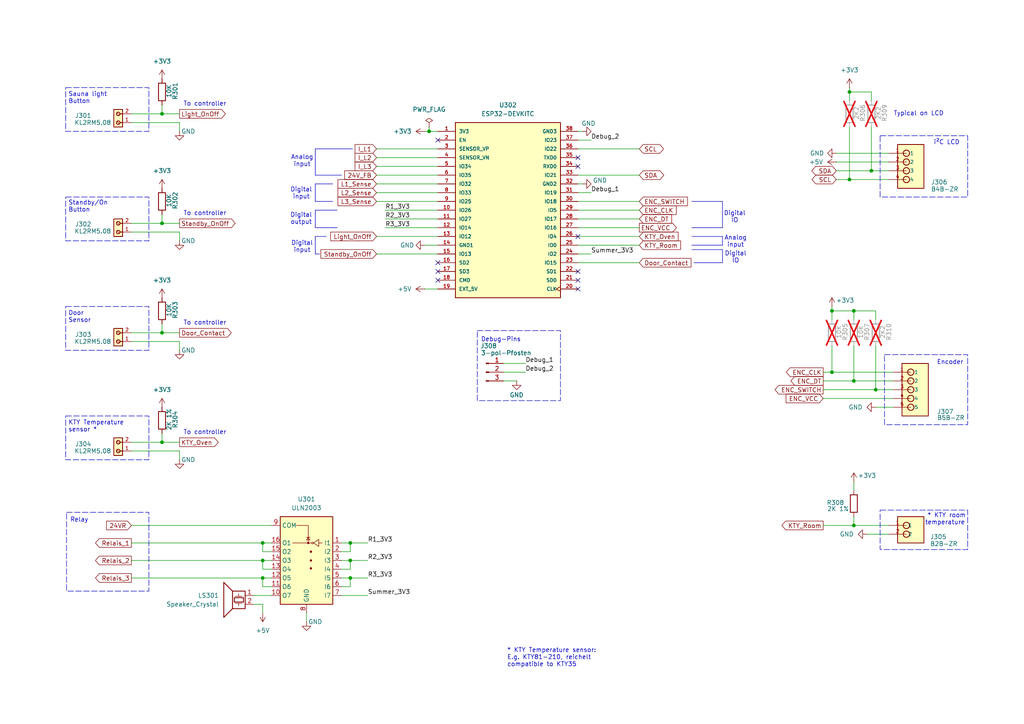
<source format=kicad_sch>
(kicad_sch (version 20250114) (generator "eeschema") (generator_version "9.0")
  (paper "A4")
  (title_block (title "Saunasteuerung") (date "2026-01-18") (rev "0.0.1"))
  (lib_symbols
    (symbol "Connector:Conn_01x03_Pin" (pin_names (offset 1.016) (hide yes))
      (property "Reference" "J" (at 0 5.08 0))
      (property "Value" "Conn_01x03_Pin" (at 0 -5.08 0))
      (symbol "Conn_01x03_Pin_1_1"
        (rectangle (start 0.8636 2.667) (end 0 2.413) (stroke (width 0.1524)) (fill (type outline)))
        (rectangle (start 0.8636 0.127) (end 0 -0.127) (stroke (width 0.1524)) (fill (type outline)))
        (rectangle (start 0.8636 -2.413) (end 0 -2.667) (stroke (width 0.1524)) (fill (type outline)))
        (polyline (pts (xy 1.27 2.54) (xy 0.8636 2.54)) (stroke (width 0.1524)))
        (polyline (pts (xy 1.27 0) (xy 0.8636 0)) (stroke (width 0.1524)))
        (polyline (pts (xy 1.27 -2.54) (xy 0.8636 -2.54)) (stroke (width 0.1524)))
        (pin passive line (at 5.08 2.54 180) (length 3.81) (name "Pin_1") (number "1"))
        (pin passive line (at 5.08 0 180) (length 3.81) (name "Pin_2") (number "2"))
        (pin passive line (at 5.08 -2.54 180) (length 3.81) (name "Pin_3") (number "3"))
      )
    )
    (symbol "Device:R" (pin_numbers (hide yes)) (pin_names (offset 0))
      (property "Reference" "R" (at 2.032 0 90))
      (property "Value" "R" (at 0 0 90))
      (symbol "R_0_1"
        (rectangle (start -1.016 -2.54) (end 1.016 2.54) (stroke (width 0.254)))
      )
      (symbol "R_1_1"
        (pin passive line (at 0 3.81 270) (length 1.27) (name "~") (number "1"))
        (pin passive line (at 0 -3.81 90) (length 1.27) (name "~") (number "2"))
      )
    )
    (symbol "Device:Speaker_Crystal" (pin_names (offset 0) (hide yes))
      (property "Reference" "LS" (at 0.635 5.715 0))
      (property "Value" "Speaker_Crystal" (at 0.635 3.81 0))
      (symbol "Speaker_Crystal_0_0"
        (rectangle (start -2.54 1.27) (end 1.143 -3.81) (stroke (width 0.254)))
        (rectangle (start -2.032 -0.635) (end 0.635 -1.905) (stroke (width 0.254)))
        (polyline (pts (xy -1.651 -0.254) (xy 0.381 -0.254)))
        (polyline (pts (xy -1.651 -2.286) (xy 0.381 -2.286)))
        (polyline (pts (xy -0.635 -0.254) (xy -0.635 0.508)))
        (polyline (pts (xy -0.635 -2.286) (xy -0.635 -3.048)))
        (polyline (pts (xy 1.143 1.27) (xy 3.683 3.81) (xy 3.683 -6.35) (xy 1.143 -3.81)) (stroke (width 0.254)))
      )
      (symbol "Speaker_Crystal_1_1"
        (pin input line (at -5.08 0 0) (length 2.54) (name "1") (number "1"))
        (pin input line (at -5.08 -2.54 0) (length 2.54) (name "2") (number "2"))
      )
    )
    (symbol "MyConnectors:B2B-ZR"
      (property "Reference" "J" (at -2.286 8.382 0))
      (property "Value" "B2B-ZR" (at 1.016 6.35 0))
      (symbol "B2B-ZR_0_0"
        (rectangle (start -2.54 5.08) (end 5.08 -2.54) (stroke (width 0.254)) (fill (type background)))
        (circle (center 0 2.54) (radius 0.9158) (stroke (width 0.254)))
        (circle (center 0 0) (radius 0.9158) (stroke (width 0.254)))
        (pin bidirectional line (at -5.08 2.54 0) (length 5.08) (name "1") (number "1"))
        (pin bidirectional line (at -5.08 0 0) (length 5.08) (name "2") (number "2"))
      )
    )
    (symbol "MyConnectors:B4B-ZR" (pin_names (offset 1.016))
      (property "Reference" "CON" (at -2.54 5.842 0))
      (property "Value" "B4B-ZR" (at -2.54 -9.398 0))
      (symbol "B4B-ZR_0_0"
        (rectangle (start -5.08 -7.62) (end 2.54 5.08) (stroke (width 0.254)) (fill (type background)))
        (circle (center -2.54 2.54) (radius 0.9158) (stroke (width 0.254)))
        (circle (center -2.54 0) (radius 0.9158) (stroke (width 0.254)))
        (circle (center -2.54 -2.54) (radius 0.9158) (stroke (width 0.254)))
        (circle (center -2.54 -5.08) (radius 0.9158) (stroke (width 0.254)))
        (pin bidirectional line (at -7.62 2.54 0) (length 5.08) (name "1") (number "1"))
        (pin bidirectional line (at -7.62 0 0) (length 5.08) (name "2") (number "2"))
        (pin bidirectional line (at -7.62 -2.54 0) (length 5.08) (name "3") (number "3"))
        (pin bidirectional line (at -7.62 -5.08 0) (length 5.08) (name "4") (number "4"))
      )
    )
    (symbol "MyConnectors:B5B-ZR" (pin_names (offset 1.016))
      (property "Reference" "U" (at -2.54 8.382 0))
      (property "Value" "B5B-ZR" (at -2.54 -9.398 0))
      (symbol "B5B-ZR_0_0"
        (rectangle (start -5.08 -7.62) (end 2.54 7.62) (stroke (width 0.254)) (fill (type background)))
        (circle (center -2.54 5.08) (radius 0.9158) (stroke (width 0.254)))
        (circle (center -2.54 2.54) (radius 0.9158) (stroke (width 0.254)))
        (circle (center -2.54 0) (radius 0.9158) (stroke (width 0.254)))
        (circle (center -2.54 -2.54) (radius 0.9158) (stroke (width 0.254)))
        (circle (center -2.54 -5.08) (radius 0.9158) (stroke (width 0.254)))
        (pin bidirectional line (at -7.62 5.08 0) (length 5.08) (name "1") (number "1"))
        (pin bidirectional line (at -7.62 2.54 0) (length 5.08) (name "2") (number "2"))
        (pin bidirectional line (at -7.62 0 0) (length 5.08) (name "3") (number "3"))
        (pin bidirectional line (at -7.62 -2.54 0) (length 5.08) (name "4") (number "4"))
        (pin bidirectional line (at -7.62 -5.08 0) (length 5.08) (name "5") (number "5"))
      )
    )
    (symbol "MyConnectors:Terminal_Block_2"
      (property "Reference" "J" (at -0.762 6.35 0))
      (symbol "Terminal_Block_2_0_0"
        (rectangle (start -1.27 2.54) (end 3.81 5.08) (stroke (width 0.254)) (fill (type background)))
        (circle (center 0 3.81) (radius 0.508) (stroke (width 0.254)))
        (polyline (pts (xy 0 3.302) (xy 0 2.54)) (stroke (width 0.254)))
        (polyline (pts (xy 0.254 4.064) (xy -0.254 3.556)) (stroke (width 0.1524)))
        (circle (center 2.54 3.81) (radius 0.508) (stroke (width 0.254)))
        (polyline (pts (xy 2.54 3.302) (xy 2.54 2.54)) (stroke (width 0.254)))
        (polyline (pts (xy 2.794 4.064) (xy 2.286 3.556)) (stroke (width 0.1524)))
        (pin passive line (at 0 0 90) (length 2.54) (name "~") (number "1"))
        (pin passive line (at 2.54 0 90) (length 2.54) (name "~") (number "2"))
      )
    )
    (symbol "MyESP32:ESP32-DEVKITC" (pin_names (offset 1.016))
      (property "Reference" "U" (at -15.2572 26.0643 0))
      (property "Value" "ESP32-DEVKITC" (at -15.2563 -27.9698 0))
      (symbol "ESP32-DEVKITC_0_0"
        (rectangle (start -15.24 -25.4) (end 15.24 25.4) (stroke (width 0.254)) (fill (type background)))
        (pin power_in line (at -20.32 22.86 0) (length 5.08) (name "3V3") (number "1"))
        (pin input line (at -20.32 20.32 0) (length 5.08) (name "EN") (number "2"))
        (pin input line (at -20.32 17.78 0) (length 5.08) (name "SENSOR_VP") (number "3"))
        (pin input line (at -20.32 15.24 0) (length 5.08) (name "SENSOR_VN") (number "4"))
        (pin bidirectional line (at -20.32 12.7 0) (length 5.08) (name "IO34") (number "5"))
        (pin bidirectional line (at -20.32 10.16 0) (length 5.08) (name "IO35") (number "6"))
        (pin bidirectional line (at -20.32 7.62 0) (length 5.08) (name "IO32") (number "7"))
        (pin bidirectional line (at -20.32 5.08 0) (length 5.08) (name "IO33") (number "8"))
        (pin bidirectional line (at -20.32 2.54 0) (length 5.08) (name "IO25") (number "9"))
        (pin bidirectional line (at -20.32 0 0) (length 5.08) (name "IO26") (number "10"))
        (pin bidirectional line (at -20.32 -2.54 0) (length 5.08) (name "IO27") (number "11"))
        (pin bidirectional line (at -20.32 -5.08 0) (length 5.08) (name "IO14") (number "12"))
        (pin bidirectional line (at -20.32 -7.62 0) (length 5.08) (name "IO12") (number "13"))
        (pin power_in line (at -20.32 -10.16 0) (length 5.08) (name "GND1") (number "14"))
        (pin bidirectional line (at -20.32 -12.7 0) (length 5.08) (name "IO13") (number "15"))
        (pin bidirectional line (at -20.32 -15.24 0) (length 5.08) (name "SD2") (number "16"))
        (pin bidirectional line (at -20.32 -17.78 0) (length 5.08) (name "SD3") (number "17"))
        (pin bidirectional line (at -20.32 -20.32 0) (length 5.08) (name "CMD") (number "18"))
        (pin power_in line (at -20.32 -22.86 0) (length 5.08) (name "EXT_5V") (number "19"))
        (pin power_in line (at 20.32 22.86 180) (length 5.08) (name "GND3") (number "38"))
        (pin bidirectional line (at 20.32 20.32 180) (length 5.08) (name "IO23") (number "37"))
        (pin bidirectional line (at 20.32 17.78 180) (length 5.08) (name "IO22") (number "36"))
        (pin output line (at 20.32 15.24 180) (length 5.08) (name "TXD0") (number "35"))
        (pin input line (at 20.32 12.7 180) (length 5.08) (name "RXD0") (number "34"))
        (pin bidirectional line (at 20.32 10.16 180) (length 5.08) (name "IO21") (number "33"))
        (pin power_in line (at 20.32 7.62 180) (length 5.08) (name "GND2") (number "32"))
        (pin bidirectional line (at 20.32 5.08 180) (length 5.08) (name "IO19") (number "31"))
        (pin bidirectional line (at 20.32 2.54 180) (length 5.08) (name "IO18") (number "30"))
        (pin bidirectional line (at 20.32 0 180) (length 5.08) (name "IO5") (number "29"))
        (pin bidirectional line (at 20.32 -2.54 180) (length 5.08) (name "IO17") (number "28"))
        (pin bidirectional line (at 20.32 -5.08 180) (length 5.08) (name "IO16") (number "27"))
        (pin bidirectional line (at 20.32 -7.62 180) (length 5.08) (name "IO4") (number "26"))
        (pin bidirectional line (at 20.32 -10.16 180) (length 5.08) (name "IO0") (number "25"))
        (pin bidirectional line (at 20.32 -12.7 180) (length 5.08) (name "IO2") (number "24"))
        (pin bidirectional line (at 20.32 -15.24 180) (length 5.08) (name "IO15") (number "23"))
        (pin bidirectional line (at 20.32 -17.78 180) (length 5.08) (name "SD1") (number "22"))
        (pin bidirectional line (at 20.32 -20.32 180) (length 5.08) (name "SD0") (number "21"))
        (pin input clock (at 20.32 -22.86 180) (length 5.08) (name "CLK") (number "20"))
      )
    )
    (symbol "Transistor_Array:ULN2003"
      (property "Reference" "U" (at 0 15.875 0))
      (property "Value" "ULN2003" (at 0 13.97 0))
      (symbol "ULN2003_0_1"
        (rectangle (start -7.62 -12.7) (end 7.62 12.7) (stroke (width 0.254)) (fill (type background)))
        (polyline (pts (xy -4.572 5.08) (xy -3.556 5.08)))
        (polyline (pts (xy -3.556 6.096) (xy -3.556 4.064) (xy -2.032 5.08) (xy -3.556 6.096)))
        (circle (center -1.778 5.08) (radius 0.254))
        (polyline (pts (xy -1.524 5.08) (xy 4.064 5.08)))
        (circle (center -1.27 2.54) (radius 0.254) (fill (type outline)))
        (circle (center -1.27 0) (radius 0.254) (fill (type outline)))
        (circle (center -1.27 -2.286) (radius 0.254) (fill (type outline)))
        (circle (center -0.508 5.08) (radius 0.254) (fill (type outline)))
        (polyline (pts (xy -0.508 5.08) (xy -0.508 10.16) (xy 2.921 10.16)))
        (polyline (pts (xy 0 6.731) (xy -1.016 6.731)))
        (polyline (pts (xy 0 5.969) (xy -1.016 5.969) (xy -0.508 6.731) (xy 0 5.969)))
      )
      (symbol "ULN2003_1_1"
        (pin input line (at -10.16 5.08 0) (length 2.54) (name "I1") (number "1"))
        (pin input line (at -10.16 2.54 0) (length 2.54) (name "I2") (number "2"))
        (pin input line (at -10.16 0 0) (length 2.54) (name "I3") (number "3"))
        (pin input line (at -10.16 -2.54 0) (length 2.54) (name "I4") (number "4"))
        (pin input line (at -10.16 -5.08 0) (length 2.54) (name "I5") (number "5"))
        (pin input line (at -10.16 -7.62 0) (length 2.54) (name "I6") (number "6"))
        (pin input line (at -10.16 -10.16 0) (length 2.54) (name "I7") (number "7"))
        (pin power_in line (at 0 -15.24 90) (length 2.54) (name "GND") (number "8"))
        (pin passive line (at 10.16 10.16 180) (length 2.54) (name "COM") (number "9"))
        (pin open_collector line (at 10.16 5.08 180) (length 2.54) (name "O1") (number "16"))
        (pin open_collector line (at 10.16 2.54 180) (length 2.54) (name "O2") (number "15"))
        (pin open_collector line (at 10.16 0 180) (length 2.54) (name "O3") (number "14"))
        (pin open_collector line (at 10.16 -2.54 180) (length 2.54) (name "O4") (number "13"))
        (pin open_collector line (at 10.16 -5.08 180) (length 2.54) (name "O5") (number "12"))
        (pin open_collector line (at 10.16 -7.62 180) (length 2.54) (name "O6") (number "11"))
        (pin open_collector line (at 10.16 -10.16 180) (length 2.54) (name "O7") (number "10"))
      )
    )
    (symbol "power:+3V3" (power) (pin_numbers (hide yes)) (pin_names (offset 0) (hide yes))
      (property "Value" "+3V3" (at 0 3.556 0))
      (symbol "+3V3_0_1"
        (polyline (pts (xy -0.762 1.27) (xy 0 2.54)))
        (polyline (pts (xy 0 2.54) (xy 0.762 1.27)))
        (polyline (pts (xy 0 0) (xy 0 2.54)))
      )
      (symbol "+3V3_1_1"
        (pin power_in line (at 0 0 90) (length 0) (name "~") (number "1"))
      )
    )
    (symbol "power:+5V" (power) (pin_numbers (hide yes)) (pin_names (offset 0) (hide yes))
      (property "Value" "+5V" (at 0 3.556 0))
      (symbol "+5V_0_1"
        (polyline (pts (xy -0.762 1.27) (xy 0 2.54)))
        (polyline (pts (xy 0 2.54) (xy 0.762 1.27)))
        (polyline (pts (xy 0 0) (xy 0 2.54)))
      )
      (symbol "+5V_1_1"
        (pin power_in line (at 0 0 90) (length 0) (name "~") (number "1"))
      )
    )
    (symbol "power:GND" (power) (pin_numbers (hide yes)) (pin_names (offset 0) (hide yes))
      (property "Value" "GND" (at 0 -3.81 0))
      (symbol "GND_0_1"
        (polyline (pts (xy 0 0) (xy 0 -1.27) (xy 1.27 -1.27) (xy 0 -2.54) (xy -1.27 -1.27) (xy 0 -1.27)))
      )
      (symbol "GND_1_1"
        (pin power_in line (at 0 0 270) (length 0) (name "~") (number "1"))
      )
    )
    (symbol "power:PWR_FLAG" (power) (pin_numbers (hide yes)) (pin_names (offset 0) (hide yes))
      (property "Value" "PWR_FLAG" (at 0 3.81 0))
      (symbol "PWR_FLAG_0_0"
        (pin power_out line (at 0 0 90) (length 0) (name "~") (number "1"))
      )
      (symbol "PWR_FLAG_0_1"
        (polyline (pts (xy 0 0) (xy 0 1.27) (xy -1.016 1.905) (xy 0 2.54) (xy 1.016 1.905) (xy 0 1.27)))
      )
    )
  )
  (rectangle (start 255.27 147.955) (end 280.67 159.385) (stroke (width 0) (type dash)))
  (rectangle (start 19.05 57.15) (end 43.18 69.85) (stroke (width 0) (type dash)))
  (rectangle (start 19.05 25.4) (end 43.18 38.1) (stroke (width 0) (type dash)))
  (rectangle (start 19.304 148.59) (end 43.18 171.45) (stroke (width 0) (type dash)))
  (rectangle (start 19.05 88.9) (end 43.18 101.6) (stroke (width 0) (type dash)))
  (rectangle (start 256.54 102.87) (end 280.67 123.19) (stroke (width 0) (type dash)))
  (rectangle (start 138.43 95.885) (end 162.56 116.205) (stroke (width 0) (type dash)))
  (rectangle (start 19.05 120.65) (end 43.18 133.35) (stroke (width 0) (type dash)))
  (rectangle (start 255.27 39.37) (end 280.67 57.15) (stroke (width 0) (type dash)))
  (text "Typical on LCD" (at 266.446 33.02 0) (effects (font (size 1.27 1.27))))
  (text "i²C LCD" (at 274.574 41.402 0) (effects (font (size 1.27 1.27))))
  (text "Digital\ninput" (at 87.376 56.134 0) (effects (font (size 1.27 1.27))))
  (text "* KTY Temperature sensor:\nE.g. KTY81-210, reichelt\ncompatible to KTY35" (at 147.066 190.754 0) (effects (font (size 1.27 1.27)) (justify left)))
  (text "Analog\ninput" (at 213.36 70.104 0) (effects (font (size 1.27 1.27))))
  (text "Standby/On\nButton" (at 19.812 59.944 0) (effects (font (size 1.27 1.27)) (justify left)))
  (text "Debug-Pins" (at 145.288 98.552 0) (effects (font (size 1.27 1.27))))
  (text "To controller" (at 59.436 125.476 0) (effects (font (size 1.27 1.27))))
  (text "Encoder" (at 275.59 105.156 0) (effects (font (size 1.27 1.27))))
  (text "Digital\noutput" (at 87.376 63.5 0) (effects (font (size 1.27 1.27))))
  (text "Sauna light\nButton" (at 19.812 28.448 0) (effects (font (size 1.27 1.27)) (justify left)))
  (text "Analog\ninput" (at 87.63 46.736 0) (effects (font (size 1.27 1.27))))
  (text "To controller" (at 59.436 30.226 0) (effects (font (size 1.27 1.27))))
  (text "Digital\nIO" (at 213.36 74.676 0) (effects (font (size 1.27 1.27))))
  (text "Relay" (at 20.32 150.876 0) (effects (font (size 1.27 1.27)) (justify left)))
  (text "KTY Temperature\nsensor *" (at 19.812 123.698 0) (effects (font (size 1.27 1.27)) (justify left)))
  (text "Digital\nIO" (at 213.106 62.992 0) (effects (font (size 1.27 1.27))))
  (text "Door\nSensor" (at 19.812 91.948 0) (effects (font (size 1.27 1.27)) (justify left)))
  (text "To controller" (at 59.436 93.726 0) (effects (font (size 1.27 1.27))))
  (text "* KTY room\ntemperature " (at 274.574 150.622 0) (effects (font (size 1.27 1.27))))
  (text "Digital\ninput" (at 87.63 71.628 0) (effects (font (size 1.27 1.27))))
  (text "To controller" (at 59.436 61.976 0) (effects (font (size 1.27 1.27))))
  (junction (at 247.65 152.4))
  (junction (at 101.6 162.56))
  (junction (at 46.99 33.02))
  (junction (at 76.2 167.64))
  (junction (at 46.99 96.52))
  (junction (at 241.3 90.17))
  (junction (at 252.73 49.53))
  (junction (at 46.99 128.27))
  (junction (at 101.6 157.48))
  (junction (at 247.65 90.17))
  (junction (at 247.65 110.49))
  (junction (at 46.99 64.77))
  (junction (at 101.6 167.64))
  (junction (at 124.46 38.1))
  (junction (at 246.38 26.67))
  (junction (at 76.2 157.48))
  (junction (at 241.3 107.95))
  (junction (at 254 113.03))
  (junction (at 246.38 52.07))
  (junction (at 76.2 162.56))
  (no_connect (at 167.64 45.72))
  (no_connect (at 167.64 81.28))
  (no_connect (at 167.64 78.74))
  (no_connect (at 167.64 68.58))
  (no_connect (at 167.64 83.82))
  (no_connect (at 127 81.28))
  (no_connect (at 127 76.2))
  (no_connect (at 127 40.64))
  (no_connect (at 167.64 48.26))
  (no_connect (at 127 78.74))
  (wire (pts (xy 101.6 157.48) (xy 101.6 160.02)))
  (wire (pts (xy 73.66 172.72) (xy 78.74 172.72)))
  (wire (pts (xy 52.07 35.56) (xy 52.07 38.1)))
  (wire (pts (xy 246.38 26.67) (xy 246.38 29.21)))
  (wire (pts (xy 241.3 100.33) (xy 241.3 107.95)))
  (wire (pts (xy 99.06 165.1) (xy 101.6 165.1)))
  (polyline (pts (xy 91.44 50.8) (xy 99.06 50.8)))
  (wire (pts (xy 73.66 175.26) (xy 76.2 175.26)))
  (wire (pts (xy 111.76 60.96) (xy 127 60.96)))
  (wire (pts (xy 101.6 162.56) (xy 106.68 162.56)))
  (wire (pts (xy 46.99 30.48) (xy 46.99 33.02)))
  (polyline (pts (xy 91.44 68.58) (xy 91.44 73.66)))
  (wire (pts (xy 167.64 38.1) (xy 168.91 38.1)))
  (wire (pts (xy 38.1 167.64) (xy 76.2 167.64)))
  (wire (pts (xy 167.64 50.8) (xy 185.42 50.8)))
  (wire (pts (xy 167.64 71.12) (xy 185.42 71.12)))
  (wire (pts (xy 254 113.03) (xy 259.08 113.03)))
  (polyline (pts (xy 91.44 68.58) (xy 94.615 68.58)))
  (wire (pts (xy 247.65 110.49) (xy 259.08 110.49)))
  (polyline (pts (xy 200.66 68.58) (xy 209.55 68.58)))
  (wire (pts (xy 46.99 93.98) (xy 46.99 96.52)))
  (wire (pts (xy 38.1 157.48) (xy 76.2 157.48)))
  (wire (pts (xy 247.65 90.17) (xy 247.65 92.71)))
  (wire (pts (xy 241.3 88.9) (xy 241.3 90.17)))
  (wire (pts (xy 76.2 175.26) (xy 76.2 177.8)))
  (wire (pts (xy 109.22 73.66) (xy 127 73.66)))
  (polyline (pts (xy 91.44 73.66) (xy 92.71 73.66)))
  (wire (pts (xy 123.19 38.1) (xy 124.46 38.1)))
  (wire (pts (xy 254 100.33) (xy 254 113.03)))
  (wire (pts (xy 46.99 128.27) (xy 52.07 128.27)))
  (wire (pts (xy 167.64 40.64) (xy 171.45 40.64)))
  (polyline (pts (xy 200.66 66.04) (xy 209.55 66.04)))
  (wire (pts (xy 78.74 170.18) (xy 76.2 170.18)))
  (wire (pts (xy 123.19 71.12) (xy 127 71.12)))
  (wire (pts (xy 146.05 107.95) (xy 152.4 107.95)))
  (wire (pts (xy 76.2 157.48) (xy 78.74 157.48)))
  (wire (pts (xy 146.05 105.41) (xy 152.4 105.41)))
  (wire (pts (xy 242.57 52.07) (xy 246.38 52.07)))
  (polyline (pts (xy 91.44 53.34) (xy 96.52 53.34)))
  (wire (pts (xy 238.76 152.4) (xy 247.65 152.4)))
  (wire (pts (xy 99.06 162.56) (xy 101.6 162.56)))
  (wire (pts (xy 238.76 113.03) (xy 254 113.03)))
  (wire (pts (xy 252.73 49.53) (xy 257.81 49.53)))
  (wire (pts (xy 88.9 180.34) (xy 88.9 177.8)))
  (wire (pts (xy 238.76 115.57) (xy 259.08 115.57)))
  (wire (pts (xy 111.76 63.5) (xy 127 63.5)))
  (wire (pts (xy 76.2 167.64) (xy 78.74 167.64)))
  (polyline (pts (xy 209.55 68.58) (xy 209.55 71.12)))
  (wire (pts (xy 251.46 154.94) (xy 257.81 154.94)))
  (wire (pts (xy 109.22 55.88) (xy 127 55.88)))
  (wire (pts (xy 46.99 33.02) (xy 52.07 33.02)))
  (wire (pts (xy 38.1 130.81) (xy 52.07 130.81)))
  (wire (pts (xy 124.46 36.83) (xy 124.46 38.1)))
  (polyline (pts (xy 91.44 58.42) (xy 96.52 58.42)))
  (wire (pts (xy 109.22 53.34) (xy 127 53.34)))
  (wire (pts (xy 167.64 53.34) (xy 168.91 53.34)))
  (wire (pts (xy 109.22 45.72) (xy 127 45.72)))
  (wire (pts (xy 238.76 110.49) (xy 247.65 110.49)))
  (wire (pts (xy 46.99 125.73) (xy 46.99 128.27)))
  (wire (pts (xy 99.06 160.02) (xy 101.6 160.02)))
  (wire (pts (xy 38.1 152.4) (xy 78.74 152.4)))
  (wire (pts (xy 167.64 55.88) (xy 171.45 55.88)))
  (wire (pts (xy 109.22 50.8) (xy 127 50.8)))
  (wire (pts (xy 246.38 52.07) (xy 257.81 52.07)))
  (wire (pts (xy 38.1 67.31) (xy 52.07 67.31)))
  (wire (pts (xy 252.73 36.83) (xy 252.73 49.53)))
  (wire (pts (xy 76.2 162.56) (xy 78.74 162.56)))
  (wire (pts (xy 52.07 130.81) (xy 52.07 133.35)))
  (wire (pts (xy 46.99 96.52) (xy 52.07 96.52)))
  (wire (pts (xy 76.2 165.1) (xy 76.2 162.56)))
  (wire (pts (xy 242.57 49.53) (xy 252.73 49.53)))
  (wire (pts (xy 99.06 170.18) (xy 101.6 170.18)))
  (wire (pts (xy 124.46 38.1) (xy 127 38.1)))
  (wire (pts (xy 246.38 36.83) (xy 246.38 52.07)))
  (wire (pts (xy 123.19 83.82) (xy 127 83.82)))
  (wire (pts (xy 247.65 149.86) (xy 247.65 152.4)))
  (wire (pts (xy 167.64 58.42) (xy 185.42 58.42)))
  (wire (pts (xy 246.38 26.67) (xy 252.73 26.67)))
  (polyline (pts (xy 200.66 58.42) (xy 209.55 58.42)))
  (wire (pts (xy 167.64 73.66) (xy 171.45 73.66)))
  (polyline (pts (xy 200.66 71.12) (xy 209.55 71.12)))
  (wire (pts (xy 38.1 35.56) (xy 52.07 35.56)))
  (wire (pts (xy 99.06 172.72) (xy 106.68 172.72)))
  (wire (pts (xy 242.57 44.45) (xy 257.81 44.45)))
  (wire (pts (xy 101.6 167.64) (xy 106.68 167.64)))
  (wire (pts (xy 38.1 33.02) (xy 46.99 33.02)))
  (wire (pts (xy 167.64 43.18) (xy 185.42 43.18)))
  (wire (pts (xy 247.65 152.4) (xy 257.81 152.4)))
  (wire (pts (xy 247.65 90.17) (xy 254 90.17)))
  (wire (pts (xy 167.64 60.96) (xy 185.42 60.96)))
  (wire (pts (xy 167.64 63.5) (xy 185.42 63.5)))
  (wire (pts (xy 247.65 100.33) (xy 247.65 110.49)))
  (wire (pts (xy 38.1 162.56) (xy 76.2 162.56)))
  (polyline (pts (xy 91.44 43.18) (xy 91.44 50.8)))
  (wire (pts (xy 38.1 99.06) (xy 52.07 99.06)))
  (polyline (pts (xy 91.44 66.04) (xy 97.79 66.04)))
  (wire (pts (xy 76.2 170.18) (xy 76.2 167.64)))
  (wire (pts (xy 78.74 160.02) (xy 76.2 160.02)))
  (wire (pts (xy 76.2 157.48) (xy 76.2 160.02)))
  (wire (pts (xy 111.76 66.04) (xy 127 66.04)))
  (wire (pts (xy 101.6 157.48) (xy 106.68 157.48)))
  (wire (pts (xy 101.6 167.64) (xy 101.6 170.18)))
  (polyline (pts (xy 201.295 76.2) (xy 209.55 76.2)))
  (wire (pts (xy 242.57 46.99) (xy 257.81 46.99)))
  (wire (pts (xy 101.6 162.56) (xy 101.6 165.1)))
  (wire (pts (xy 254 118.11) (xy 259.08 118.11)))
  (wire (pts (xy 241.3 90.17) (xy 247.65 90.17)))
  (polyline (pts (xy 200.66 72.39) (xy 209.55 72.39)))
  (wire (pts (xy 46.99 64.77) (xy 52.07 64.77)))
  (polyline (pts (xy 209.55 72.39) (xy 209.55 76.2)))
  (wire (pts (xy 38.1 128.27) (xy 46.99 128.27)))
  (wire (pts (xy 167.64 66.04) (xy 185.42 66.04)))
  (wire (pts (xy 254 90.17) (xy 254 92.71)))
  (wire (pts (xy 246.38 25.4) (xy 246.38 26.67)))
  (wire (pts (xy 167.64 68.58) (xy 185.42 68.58)))
  (polyline (pts (xy 91.44 60.96) (xy 91.44 66.04)))
  (polyline (pts (xy 91.44 43.18) (xy 102.235 43.18)))
  (wire (pts (xy 241.3 90.17) (xy 241.3 92.71)))
  (wire (pts (xy 99.06 157.48) (xy 101.6 157.48)))
  (polyline (pts (xy 91.44 53.34) (xy 91.44 58.42)))
  (polyline (pts (xy 91.44 60.96) (xy 97.79 60.96)))
  (wire (pts (xy 38.1 64.77) (xy 46.99 64.77)))
  (wire (pts (xy 146.05 110.49) (xy 149.86 110.49)))
  (wire (pts (xy 109.22 48.26) (xy 127 48.26)))
  (wire (pts (xy 167.64 76.2) (xy 185.42 76.2)))
  (wire (pts (xy 99.06 167.64) (xy 101.6 167.64)))
  (wire (pts (xy 252.73 26.67) (xy 252.73 29.21)))
  (wire (pts (xy 46.99 62.23) (xy 46.99 64.77)))
  (wire (pts (xy 52.07 99.06) (xy 52.07 101.6)))
  (wire (pts (xy 52.07 67.31) (xy 52.07 69.85)))
  (wire (pts (xy 109.22 68.58) (xy 127 68.58)))
  (wire (pts (xy 241.3 107.95) (xy 259.08 107.95)))
  (wire (pts (xy 247.65 139.7) (xy 247.65 142.24)))
  (wire (pts (xy 109.22 58.42) (xy 127 58.42)))
  (wire (pts (xy 38.1 96.52) (xy 46.99 96.52)))
  (wire (pts (xy 109.22 43.18) (xy 127 43.18)))
  (wire (pts (xy 238.76 107.95) (xy 241.3 107.95)))
  (wire (pts (xy 78.74 165.1) (xy 76.2 165.1)))
  (polyline (pts (xy 209.55 58.42) (xy 209.55 66.04)))
  (label "R1_3V3" (at 106.68 157.48 0))
  (label "Debug_2" (at 152.4 107.95 0))
  (label "R2_3V3" (at 111.76 63.5 0))
  (label "R3_3V3" (at 106.68 167.64 0))
  (label "Summer_3V3" (at 171.45 73.66 0))
  (label "Summer_3V3" (at 106.68 172.72 0))
  (label "R3_3V3" (at 111.76 66.04 0))
  (label "Debug_2" (at 171.45 40.64 0))
  (label "Debug_1" (at 171.45 55.88 0))
  (label "R2_3V3" (at 106.68 162.56 0))
  (label "R1_3V3" (at 111.76 60.96 0))
  (label "Debug_1" (at 152.4 105.41 0))
  (global_label "24VR" (shape input) (at 38.1 152.4 180) (property "Intersheetrefs" "${INTERSHEET_REFS}" (effects (hide yes))))
  (global_label "ENC_VCC" (shape output) (at 185.42 66.04 0) (property "Intersheetrefs" "${INTERSHEET_REFS}" (effects (hide yes))))
  (global_label "KTY_Room" (shape input) (at 185.42 71.12 0) (property "Intersheetrefs" "${INTERSHEET_REFS}" (effects (hide yes))))
  (global_label "ENC_DT" (shape input) (at 185.42 63.5 0) (property "Intersheetrefs" "${INTERSHEET_REFS}" (effects (hide yes))))
  (global_label "Standby_OnOff" (shape output) (at 52.07 64.77 0) (property "Intersheetrefs" "${INTERSHEET_REFS}" (effects (hide yes))))
  (global_label "ENC_SWITCH" (shape input) (at 185.42 58.42 0) (property "Intersheetrefs" "${INTERSHEET_REFS}" (effects (hide yes))))
  (global_label "L2_Sense" (shape input) (at 109.22 55.88 180) (property "Intersheetrefs" "${INTERSHEET_REFS}" (effects (hide yes))))
  (global_label "ENC_CLK" (shape input) (at 185.42 60.96 0) (property "Intersheetrefs" "${INTERSHEET_REFS}" (effects (hide yes))))
  (global_label "KTY_Oven" (shape output) (at 52.07 128.27 0) (property "Intersheetrefs" "${INTERSHEET_REFS}" (effects (hide yes))))
  (global_label "ENC_DT" (shape output) (at 238.76 110.49 180) (property "Intersheetrefs" "${INTERSHEET_REFS}" (effects (hide yes))))
  (global_label "L1_Sense" (shape input) (at 109.22 53.34 180) (property "Intersheetrefs" "${INTERSHEET_REFS}" (effects (hide yes))))
  (global_label "L3_Sense" (shape input) (at 109.22 58.42 180) (property "Intersheetrefs" "${INTERSHEET_REFS}" (effects (hide yes))))
  (global_label "KTY_Room" (shape output) (at 238.76 152.4 180) (property "Intersheetrefs" "${INTERSHEET_REFS}" (effects (hide yes))))
  (global_label "Relais_3" (shape output) (at 38.1 167.64 180) (property "Intersheetrefs" "${INTERSHEET_REFS}" (effects (hide yes))))
  (global_label "I_L2" (shape input) (at 109.22 45.72 180) (property "Intersheetrefs" "${INTERSHEET_REFS}" (effects (hide yes))))
  (global_label "Relais_2" (shape output) (at 38.1 162.56 180) (property "Intersheetrefs" "${INTERSHEET_REFS}" (effects (hide yes))))
  (global_label "Relais_1" (shape output) (at 38.1 157.48 180) (property "Intersheetrefs" "${INTERSHEET_REFS}" (effects (hide yes))))
  (global_label "SCL" (shape bidirectional) (at 185.42 43.18 0) (property "Intersheetrefs" "${INTERSHEET_REFS}" (effects (hide yes))))
  (global_label "KTY_Oven" (shape input) (at 185.42 68.58 0) (property "Intersheetrefs" "${INTERSHEET_REFS}" (effects (hide yes))))
  (global_label "ENC_SWITCH" (shape output) (at 238.76 113.03 180) (property "Intersheetrefs" "${INTERSHEET_REFS}" (effects (hide yes))))
  (global_label "I_L1" (shape input) (at 109.22 43.18 180) (property "Intersheetrefs" "${INTERSHEET_REFS}" (effects (hide yes))))
  (global_label "24V_FB" (shape input) (at 109.22 50.8 180) (property "Intersheetrefs" "${INTERSHEET_REFS}" (effects (hide yes))))
  (global_label "SDA" (shape bidirectional) (at 242.57 49.53 180) (property "Intersheetrefs" "${INTERSHEET_REFS}" (effects (hide yes))))
  (global_label "Standby_OnOff" (shape input) (at 109.22 73.66 180) (property "Intersheetrefs" "${INTERSHEET_REFS}" (effects (hide yes))))
  (global_label "ENC_CLK" (shape output) (at 238.76 107.95 180) (property "Intersheetrefs" "${INTERSHEET_REFS}" (effects (hide yes))))
  (global_label "Door_Contact" (shape output) (at 52.07 96.52 0) (property "Intersheetrefs" "${INTERSHEET_REFS}" (effects (hide yes))))
  (global_label "Door_Contact" (shape input) (at 185.42 76.2 0) (property "Intersheetrefs" "${INTERSHEET_REFS}" (effects (hide yes))))
  (global_label "SCL" (shape bidirectional) (at 242.57 52.07 180) (property "Intersheetrefs" "${INTERSHEET_REFS}" (effects (hide yes))))
  (global_label "Light_OnOff" (shape input) (at 109.22 68.58 180) (property "Intersheetrefs" "${INTERSHEET_REFS}" (effects (hide yes))))
  (global_label "I_L3" (shape input) (at 109.22 48.26 180) (property "Intersheetrefs" "${INTERSHEET_REFS}" (effects (hide yes))))
  (global_label "ENC_VCC" (shape input) (at 238.76 115.57 180) (property "Intersheetrefs" "${INTERSHEET_REFS}" (effects (hide yes))))
  (global_label "Light_OnOff" (shape output) (at 52.07 33.02 0) (property "Intersheetrefs" "${INTERSHEET_REFS}" (effects (hide yes))))
  (global_label "SDA" (shape bidirectional) (at 185.42 50.8 0) (property "Intersheetrefs" "${INTERSHEET_REFS}" (effects (hide yes))))
  (symbol (lib_id "power:+3V3") (at 46.99 118.11 0) (unit 1)
    (property "Reference" "#PWR0304" (effects (hide yes)))
    (property "Value" "+3V3" (at 46.99 113.03 0))
    (property "Description" "Power symbol creates a global label with name \"+3V3\"" (effects (hide yes)))
  )
  (symbol (lib_id "Connector:Conn_01x03_Pin") (at 140.97 107.95 0) (unit 1)
    (property "Reference" "J308" (at 141.732 100.33 0))
    (property "Value" "3-pol-Pfosten" (at 146.812 102.362 0))
    (property "Footprint" "Connector_PinHeader_1.00mm:PinHeader_1x03_P1.00mm_Vertical" (effects (hide yes)))
    (property "Description" "Generic connector, single row, 01x03, script generated" (effects (hide yes)))
  )
  (symbol (lib_id "power:GND") (at 168.91 38.1 90) (unit 1)
    (property "Reference" "#PWR0314" (effects (hide yes)))
    (property "Value" "GND" (at 168.656 35.814 90) (effects (justify right)))
    (property "Description" "Power symbol creates a global label with name \"GND\" , ground" (effects (hide yes)))
  )
  (symbol (lib_id "Device:R") (at 46.99 121.92 0) (unit 1)
    (property "Reference" "R304" (at 50.8 121.666 90))
    (property "Value" "2K 1%" (at 49.022 121.666 90))
    (property "Footprint" "Resistor_SMD:R_1206_3216Metric" (effects (hide yes)))
    (property "Description" "Resistor" (effects (hide yes)))
  )
  (symbol (lib_id "power:GND") (at 123.19 71.12 270) (unit 1)
    (property "Reference" "#PWR0312" (effects (hide yes)))
    (property "Value" "GND" (at 120.142 71.12 90) (effects (justify right)))
    (property "Description" "Power symbol creates a global label with name \"GND\" , ground" (effects (hide yes)))
  )
  (symbol (lib_id "Device:R") (at 46.99 58.42 0) (unit 1)
    (property "Reference" "R302" (at 50.8 58.166 90))
    (property "Value" "10K" (at 49.022 58.166 90))
    (property "Footprint" "Resistor_SMD:R_1206_3216Metric" (effects (hide yes)))
    (property "Description" "Resistor" (effects (hide yes)))
  )
  (symbol (lib_id "power:GND") (at 254 118.11 270) (unit 1)
    (property "Reference" "#PWR0322" (effects (hide yes)))
    (property "Value" "GND" (at 250.19 118.11 90) (effects (justify right)))
    (property "Description" "Power symbol creates a global label with name \"GND\" , ground" (effects (hide yes)))
  )
  (symbol (lib_id "power:+3V3") (at 241.3 88.9 0) (unit 1)
    (property "Reference" "#PWR0316" (effects (hide yes)))
    (property "Value" "+3V3" (at 245.11 87.122 0))
    (property "Description" "Power symbol creates a global label with name \"+3V3\"" (effects (hide yes)))
  )
  (symbol (lib_id "MyConnectors:Terminal_Block_2") (at 38.1 67.31 90) (unit 1)
    (property "Reference" "J302" (at 24.13 65.024 90))
    (property "Value" "KL2RM5.08" (at 26.924 67.056 90))
    (property "Footprint" "MyConnectors:Terminal_Block_2_RM5.08" (effects (hide yes)))
    (property "Description" "2 pol screw terminal" (effects (hide yes)))
  )
  (symbol (lib_id "MyConnectors:Terminal_Block_2") (at 38.1 130.81 90) (unit 1)
    (property "Reference" "J304" (at 24.13 128.778 90))
    (property "Value" "KL2RM5.08" (at 26.924 130.81 90))
    (property "Footprint" "MyConnectors:Terminal_Block_2_RM5.08" (effects (hide yes)))
    (property "Description" "2 pol screw terminal" (effects (hide yes)))
  )
  (symbol (lib_id "power:+3V3") (at 46.99 22.86 0) (unit 1)
    (property "Reference" "#PWR0301" (effects (hide yes)))
    (property "Value" "+3V3" (at 46.99 17.78 0))
    (property "Description" "Power symbol creates a global label with name \"+3V3\"" (effects (hide yes)))
  )
  (symbol (lib_id "power:+3V3") (at 46.99 86.36 0) (unit 1)
    (property "Reference" "#PWR0303" (effects (hide yes)))
    (property "Value" "+3V3" (at 46.99 81.28 0))
    (property "Description" "Power symbol creates a global label with name \"+3V3\"" (effects (hide yes)))
  )
  (symbol (lib_id "power:+3V3") (at 46.99 54.61 0) (unit 1)
    (property "Reference" "#PWR0302" (effects (hide yes)))
    (property "Value" "+3V3" (at 46.99 49.53 0))
    (property "Description" "Power symbol creates a global label with name \"+3V3\"" (effects (hide yes)))
  )
  (symbol (lib_id "Device:R") (at 46.99 26.67 0) (unit 1)
    (property "Reference" "R301" (at 50.8 26.416 90))
    (property "Value" "10K" (at 49.022 26.416 90))
    (property "Footprint" "Resistor_SMD:R_1206_3216Metric" (effects (hide yes)))
    (property "Description" "Resistor" (effects (hide yes)))
  )
  (symbol (lib_id "Device:Speaker_Crystal") (at 68.58 172.72 0) (mirror y) (unit 1)
    (property "Reference" "LS301" (at 63.5 172.7199 0) (effects (justify left)))
    (property "Value" "Speaker_Crystal" (at 63.5 175.2599 0) (effects (justify left)))
    (property "Footprint" "Buzzer_Beeper:Buzzer_TDK_PS1240P02BT_D12.2mm_H6.5mm" (effects (hide yes)))
    (property "Description" "Crystal speaker/transducer" (effects (hide yes)))
  )
  (symbol (lib_id "Device:R") (at 246.38 33.02 0) (unit 1) (dnp yes)
    (property "Reference" "R306" (at 250.19 32.766 90))
    (property "Value" "2K2" (at 248.412 32.766 90))
    (property "Footprint" "Resistor_SMD:R_1206_3216Metric" (effects (hide yes)))
    (property "Description" "Resistor" (effects (hide yes)))
  )
  (symbol (lib_id "Device:R") (at 241.3 96.52 0) (unit 1) (dnp yes)
    (property "Reference" "R305" (at 245.11 96.266 90))
    (property "Value" "10K" (at 243.332 96.266 90))
    (property "Footprint" "Resistor_SMD:R_1206_3216Metric" (effects (hide yes)))
    (property "Description" "Resistor" (effects (hide yes)))
  )
  (symbol (lib_id "Device:R") (at 247.65 146.05 0) (unit 1)
    (property "Reference" "R308" (at 242.316 145.796 0))
    (property "Value" "2K 1%" (at 243.078 147.574 0))
    (property "Footprint" "Resistor_SMD:R_1206_3216Metric" (effects (hide yes)))
    (property "Description" "Resistor" (effects (hide yes)))
  )
  (symbol (lib_id "power:PWR_FLAG") (at 124.46 36.83 0) (unit 1)
    (property "Reference" "#FLG0301" (effects (hide yes)))
    (property "Value" "PWR_FLAG" (at 124.46 31.75 0))
    (property "Description" "Special symbol for telling ERC where power comes from" (effects (hide yes)))
  )
  (symbol (lib_id "power:GND") (at 52.07 69.85 0) (unit 1)
    (property "Reference" "#PWR0306" (effects (hide yes)))
    (property "Value" "GND" (at 54.61 69.85 0))
    (property "Description" "Power symbol creates a global label with name \"GND\" , ground" (effects (hide yes)))
  )
  (symbol (lib_id "power:GND") (at 149.86 110.49 0) (unit 1)
    (property "Reference" "#PWR0323" (effects (hide yes)))
    (property "Value" "GND" (at 151.892 114.554 0) (effects (justify right)))
    (property "Description" "Power symbol creates a global label with name \"GND\" , ground" (effects (hide yes)))
  )
  (symbol (lib_id "Device:R") (at 247.65 96.52 0) (unit 1) (dnp yes)
    (property "Reference" "R307" (at 251.46 96.266 90))
    (property "Value" "10K" (at 249.682 96.266 90))
    (property "Footprint" "Resistor_SMD:R_1206_3216Metric" (effects (hide yes)))
    (property "Description" "Resistor" (effects (hide yes)))
  )
  (symbol (lib_id "Device:R") (at 46.99 90.17 0) (unit 1)
    (property "Reference" "R303" (at 50.8 89.916 90))
    (property "Value" "10K" (at 49.022 89.916 90))
    (property "Footprint" "Resistor_SMD:R_1206_3216Metric" (effects (hide yes)))
    (property "Description" "Resistor" (effects (hide yes)))
  )
  (symbol (lib_id "power:+3V3") (at 247.65 139.7 0) (unit 1)
    (property "Reference" "#PWR0320" (effects (hide yes)))
    (property "Value" "+3V3" (at 251.46 137.922 0))
    (property "Description" "Power symbol creates a global label with name \"+3V3\"" (effects (hide yes)))
  )
  (symbol (lib_id "power:GND") (at 88.9 180.34 0) (unit 1)
    (property "Reference" "#PWR0310" (effects (hide yes)))
    (property "Value" "GND" (at 91.44 180.34 0))
    (property "Description" "Power symbol creates a global label with name \"GND\" , ground" (effects (hide yes)))
  )
  (symbol (lib_id "power:GND") (at 242.57 44.45 270) (unit 1)
    (property "Reference" "#PWR0317" (effects (hide yes)))
    (property "Value" "GND" (at 239.014 44.45 90) (effects (justify right)))
    (property "Description" "Power symbol creates a global label with name \"GND\" , ground" (effects (hide yes)))
  )
  (symbol (lib_id "power:GND") (at 52.07 38.1 0) (unit 1)
    (property "Reference" "#PWR0305" (effects (hide yes)))
    (property "Value" "GND" (at 54.61 38.1 0))
    (property "Description" "Power symbol creates a global label with name \"GND\" , ground" (effects (hide yes)))
  )
  (symbol (lib_id "Transistor_Array:ULN2003") (at 88.9 162.56 0) (mirror y) (unit 1)
    (property "Reference" "U301" (at 88.9 144.78 0))
    (property "Value" "ULN2003" (at 88.9 147.32 0))
    (property "Footprint" "Package_DIP:DIP-16_W7.62mm" (effects (hide yes)))
    (property "Datasheet" "http://www.ti.com/lit/ds/symlink/uln2003a.pdf" (effects (hide yes)))
    (property "Description" "High Voltage, High Current Darlington Transistor Arrays, SOIC16/SOIC16W/DIP16/TSSOP16" (effects (hide yes)))
  )
  (symbol (lib_id "MyConnectors:B4B-ZR") (at 265.43 46.99 0) (unit 1)
    (property "Reference" "J306" (at 270.002 52.832 0) (effects (justify left)))
    (property "Value" "B4B-ZR" (at 270.002 54.864 0) (effects (justify left)))
    (property "Footprint" "MyConnectors:B4B-ZR" (effects (hide yes)))
    (property "Description" "JST Stecker 4-pol" (effects (hide yes)))
    (property "MF" "JST Sales" (effects (hide yes)))
    (property "Description_1" "Connector Header Surface Mount 4 position 0.059 (1.50mm)" (effects (hide yes)))
    (property "Package" "None" (effects (hide yes)))
    (property "Price" "None" (effects (hide yes)))
    (property "SnapEDA_Link" "https://www.snapeda.com/parts/B4B-ZR/JST/view-part/?ref=snap" (effects (hide yes)))
    (property "MP" "B4B-ZR" (effects (hide yes)))
    (property "Purchase-URL" "https://www.snapeda.com/api/url_track_click_mouser/?unipart_id=558014&manufacturer=JST Sales&part_name=B4B-ZR&search_term=    b4b-zr" (effects (hide yes)))
    (property "Availability" "In Stock" (effects (hide yes)))
    (property "Check_prices" "https://www.snapeda.com/parts/B4B-ZR/JST/view-part/?ref=eda" (effects (hide yes)))
  )
  (symbol (lib_id "MyConnectors:Terminal_Block_2") (at 38.1 35.56 90) (unit 1)
    (property "Reference" "J301" (at 24.13 33.528 90))
    (property "Value" "KL2RM5.08" (at 26.924 35.56 90))
    (property "Footprint" "MyConnectors:Terminal_Block_2_RM5.08" (effects (hide yes)))
    (property "Description" "2 pol screw terminal" (effects (hide yes)))
  )
  (symbol (lib_id "power:GND") (at 168.91 53.34 90) (unit 1)
    (property "Reference" "#PWR0315" (effects (hide yes)))
    (property "Value" "GND" (at 171.958 52.324 90) (effects (justify right)))
    (property "Description" "Power symbol creates a global label with name \"GND\" , ground" (effects (hide yes)))
  )
  (symbol (lib_id "MyConnectors:Terminal_Block_2") (at 38.1 99.06 90) (unit 1)
    (property "Reference" "J303" (at 24.13 97.028 90))
    (property "Value" "KL2RM5.08" (at 26.924 99.06 90))
    (property "Footprint" "MyConnectors:Terminal_Block_2_RM5.08" (effects (hide yes)))
    (property "Description" "2 pol screw terminal" (effects (hide yes)))
  )
  (symbol (lib_id "MyConnectors:B5B-ZR") (at 266.7 113.03 0) (unit 1)
    (property "Reference" "J307" (at 271.78 119.38 0) (effects (justify left)))
    (property "Value" "B5B-ZR" (at 271.78 121.158 0) (effects (justify left)))
    (property "Footprint" "MyConnectors:B5B-ZR" (effects (hide yes)))
    (property "Description" "JST Stecker 5-pol" (effects (hide yes)))
    (property "MF" "JST Sales" (effects (hide yes)))
    (property "Description_1" "Connector Header Surface Mount 5 position 0.059 (1.50mm)" (effects (hide yes)))
    (property "Package" "None" (effects (hide yes)))
    (property "Price" "None" (effects (hide yes)))
    (property "SnapEDA_Link" "https://www.snapeda.com/parts/B5B-ZR/JST/view-part/?ref=snap" (effects (hide yes)))
    (property "MP" "B5B-ZR" (effects (hide yes)))
    (property "Purchase-URL" "https://www.snapeda.com/api/url_track_click_mouser/?unipart_id=562870&manufacturer=JST Sales&part_name=B5B-ZR&search_term=b5b-zr" (effects (hide yes)))
    (property "Availability" "In Stock" (effects (hide yes)))
    (property "Check_prices" "https://www.snapeda.com/parts/B5B-ZR/JST/view-part/?ref=eda" (effects (hide yes)))
  )
  (symbol (lib_id "power:+3V3") (at 123.19 38.1 90) (unit 1)
    (property "Reference" "#PWR0311" (effects (hide yes)))
    (property "Value" "+3V3" (at 119.38 38.0999 90) (effects (justify left)))
    (property "Description" "Power symbol creates a global label with name \"+3V3\"" (effects (hide yes)))
  )
  (symbol (lib_id "power:GND") (at 251.46 154.94 270) (unit 1)
    (property "Reference" "#PWR0321" (effects (hide yes)))
    (property "Value" "GND" (at 247.65 154.94 90) (effects (justify right)))
    (property "Description" "Power symbol creates a global label with name \"GND\" , ground" (effects (hide yes)))
  )
  (symbol (lib_id "MyConnectors:B2B-ZR") (at 262.89 154.94 0) (unit 1)
    (property "Reference" "J305" (at 269.748 155.702 0) (effects (justify left)))
    (property "Value" "B2B-ZR" (at 269.748 157.734 0) (effects (justify left)))
    (property "Footprint" "MyConnectors:B2B-ZR" (effects (hide yes)))
    (property "Description" "JST Stecker 2-pol" (effects (hide yes)))
  )
  (symbol (lib_id "power:+5V") (at 123.19 83.82 90) (unit 1)
    (property "Reference" "#PWR0313" (effects (hide yes)))
    (property "Value" "+5V" (at 119.38 83.8199 90) (effects (justify left)))
    (property "Description" "Power symbol creates a global label with name \"+5V\"" (effects (hide yes)))
  )
  (symbol (lib_id "power:+5V") (at 76.2 177.8 180) (unit 1)
    (property "Reference" "#PWR0309" (effects (hide yes)))
    (property "Value" "+5V" (at 76.2 182.88 0))
    (property "Description" "Power symbol creates a global label with name \"+5V\"" (effects (hide yes)))
  )
  (symbol (lib_id "power:+3V3") (at 246.38 25.4 0) (unit 1)
    (property "Reference" "#PWR0319" (effects (hide yes)))
    (property "Value" "+3V3" (at 246.38 20.32 0))
    (property "Description" "Power symbol creates a global label with name \"+3V3\"" (effects (hide yes)))
  )
  (symbol (lib_id "power:GND") (at 52.07 101.6 0) (unit 1)
    (property "Reference" "#PWR0307" (effects (hide yes)))
    (property "Value" "GND" (at 54.61 101.6 0))
    (property "Description" "Power symbol creates a global label with name \"GND\" , ground" (effects (hide yes)))
  )
  (symbol (lib_id "MyESP32:ESP32-DEVKITC") (at 147.32 60.96 0) (unit 1)
    (property "Reference" "U302" (at 147.32 30.48 0))
    (property "Value" "ESP32-DEVKITC" (at 147.32 33.02 0))
    (property "Footprint" "MyESP32:ESP32_DevKit_V4" (effects (hide yes)))
    (property "MF" "Espressif Systems" (effects (hide yes)))
    (property "Description_1" "ESP32-WROOM-32UE series Transceiver; 802.11 b/g/n (Wi-Fi, WiFi, WLAN), Bluetooth ® Smart Ready 4.x Dual Mode Evaluation Board" (effects (hide yes)))
    (property "Package" "None" (effects (hide yes)))
    (property "Price" "None" (effects (hide yes)))
    (property "Check_prices" "https://www.snapeda.com/parts/ESP32-DEVKITC/Espressif+Systems/view-part/?ref=eda" (effects (hide yes)))
    (property "STANDARD" "Manufacturer Recommendations" (effects (hide yes)))
    (property "PARTREV" "N/A" (effects (hide yes)))
    (property "SnapEDA_Link" "https://www.snapeda.com/parts/ESP32-DEVKITC/Espressif+Systems/view-part/?ref=snap" (effects (hide yes)))
    (property "MP" "ESP32-DEVKITC" (effects (hide yes)))
    (property "Purchase-URL" "https://www.snapeda.com/api/url_track_click_mouser/?unipart_id=5168535&manufacturer=Espressif Systems&part_name=ESP32-DEVKITC&search_term=None" (effects (hide yes)))
    (property "Availability" "In Stock" (effects (hide yes)))
    (property "MANUFACTURER" "ESPRESSIF" (effects (hide yes)))
  )
  (symbol (lib_id "power:+5V") (at 242.57 46.99 90) (unit 1)
    (property "Reference" "#PWR0318" (effects (hide yes)))
    (property "Value" "+5V" (at 238.76 46.9899 90) (effects (justify left)))
    (property "Description" "Power symbol creates a global label with name \"+5V\"" (effects (hide yes)))
  )
  (symbol (lib_id "Device:R") (at 252.73 33.02 0) (unit 1) (dnp yes)
    (property "Reference" "R309" (at 256.54 32.766 90))
    (property "Value" "2K2" (at 254.762 32.766 90))
    (property "Footprint" "Resistor_SMD:R_1206_3216Metric" (effects (hide yes)))
    (property "Description" "Resistor" (effects (hide yes)))
  )
  (symbol (lib_id "power:GND") (at 52.07 133.35 0) (unit 1)
    (property "Reference" "#PWR0308" (effects (hide yes)))
    (property "Value" "GND" (at 54.61 133.35 0))
    (property "Description" "Power symbol creates a global label with name \"GND\" , ground" (effects (hide yes)))
  )
  (symbol (lib_id "Device:R") (at 254 96.52 0) (unit 1) (dnp yes)
    (property "Reference" "R310" (at 257.81 96.266 90))
    (property "Value" "2K2" (at 256.032 96.266 90))
    (property "Footprint" "Resistor_SMD:R_1206_3216Metric" (effects (hide yes)))
    (property "Description" "Resistor" (effects (hide yes)))
  )
)
</source>
